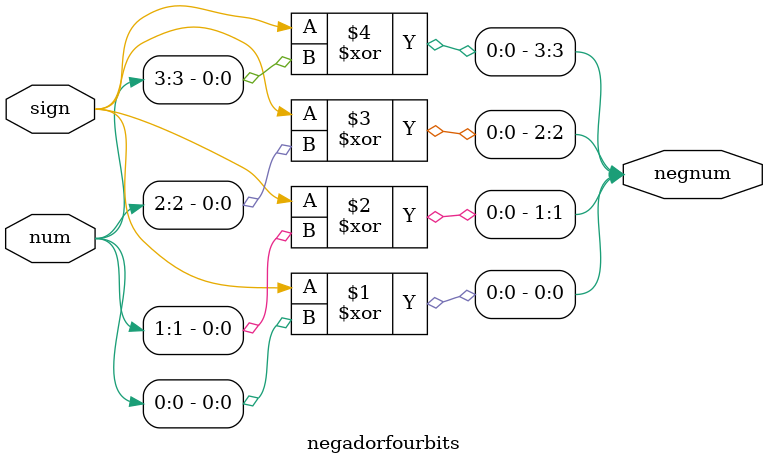
<source format=v>
module negadorfourbits(
    input wire [3:0]num,
    input wire sign,
    output wire [3:0]negnum
);

assign negnum[0] = sign ^ num[0];
assign negnum[1] = sign ^ num[1];
assign negnum[2] = sign ^ num[2];
assign negnum[3] = sign ^ num[3];

endmodule

	
	

</source>
